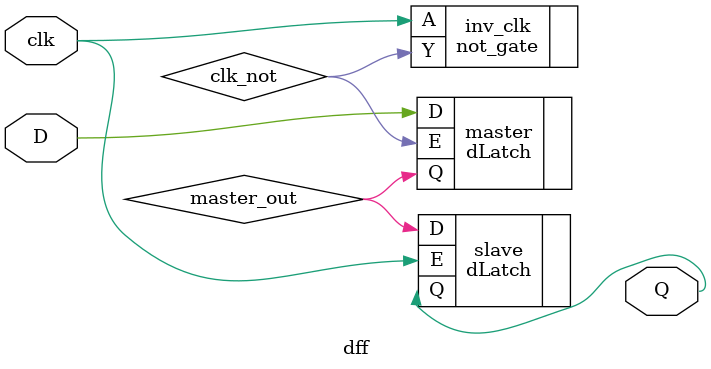
<source format=v>
`timescale 1ns/1ps

module dff (
    input wire D,
    input wire clk,
    output wire Q
);

    wire clk_not;
    wire master_out;

    // Invert clk
    not_gate inv_clk (
        .A(clk),
        .Y(clk_not)
    );

    // Master latch: enabled on clk_not
    dLatch master (
        .D(D),
        .E(clk_not),
        .Q(master_out)
    );

    // Slave latch: enabled on clk
    dLatch slave (
        .D(master_out),
        .E(clk),
        .Q(Q)
    );

endmodule

</source>
